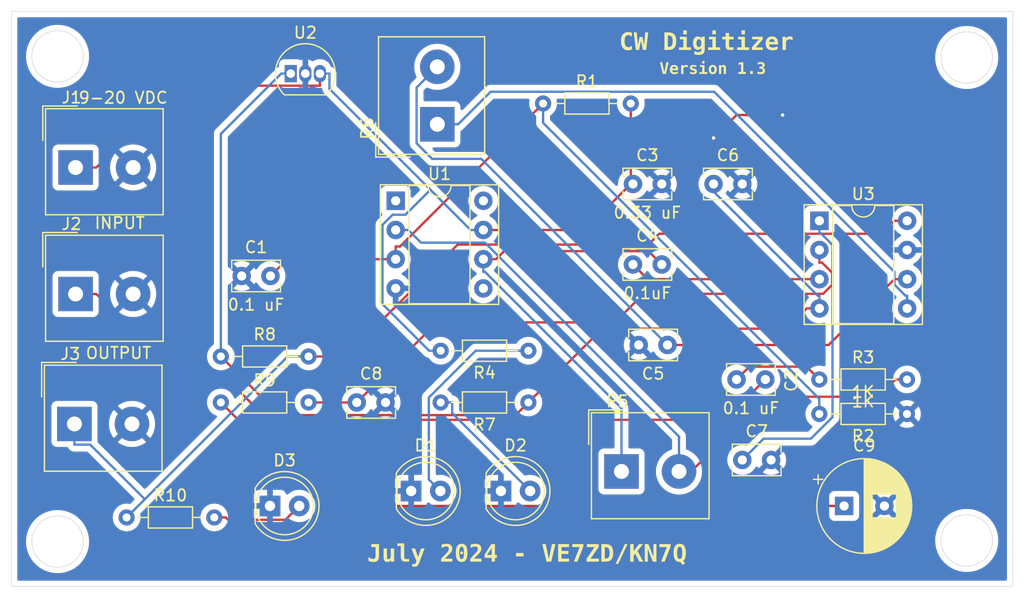
<source format=kicad_pcb>
(kicad_pcb (version 20240108) (generator "pcbnew") (generator_version "8.0")
  (title_block (title "CW Digitizer") (date "2024-05-04") (rev "1.3") (company "VE7ZD/KN7Q"))
  (layers (0 "F.Cu" signal) (31 "B.Cu" signal) (34 "B.Paste" user) (35 "F.Paste" user) (36 "B.SilkS" user "B.Silkscreen") (37 "F.SilkS" user "F.Silkscreen") (38 "B.Mask" user) (39 "F.Mask" user) (44 "Edge.Cuts" user))
  (net 0 "")
  (net 1 "Net-(J2-Pin_1)")
  (net 2 "GND")
  (net 3 "Net-(J3-Pin_1)")
  (net 4 "Net-(J1-Pin_1)")
  (net 5 "Net-(U1-+)")
  (net 6 "Net-(U3-TIM_RC)")
  (net 7 "Net-(U2-VO)")
  (net 8 "Net-(U3-OFLT_C)")
  (net 9 "Net-(U3-LP_FLT_C)")
  (net 10 "Net-(C2-Pad1)")
  (net 11 "Net-(U1--)")
  (net 12 "Net-(U3-INPUT)")
  (net 13 "Net-(U3-TIM_R)")
  (net 17 "Net-(C4-Pad2)")
  (net 18 "Net-(C9-Pad1)")
  (net 19 "Net-(D1-A)")
  (net 20 "Net-(D2-A)")
  (net 21 "Net-(D3-A)")
  (footprint "LED_THT:LED_D5.0mm" (layer "F.Cu") (at 105.46 113)
    (property "Reference" "D3" (at 1.27 -3.96 0) (layer "F.SilkS"))
    (property "Value" "GRN")
    (pad "1" thru_hole rect (at 0 0) (size 1.8 1.8) (drill 0.9) (layers "*.Cu" "*.Mask") (net 2 "GND"))
    (pad "2" thru_hole circle (at 2.54 0) (size 1.8 1.8) (drill 0.9) (layers "*.Cu" "*.Mask") (net 21 "Net-(D3-A)"))
  )
  (footprint "Resistor_THT:R_Axial_DIN0204_L3.6mm_D1.6mm_P7.62mm_Horizontal" (layer "F.Cu") (at 129.19 78)
    (property "Reference" "R1" (at 3.81 -1.92 0) (layer "F.SilkS"))
    (property "Value" "1K")
    (pad "1" thru_hole circle (at 0 0) (size 1.4 1.4) (drill 0.7) (layers "*.Cu" "*.Mask") (net 5 "Net-(U1-+)"))
    (pad "2" thru_hole oval (at 7.62 0) (size 1.4 1.4) (drill 0.7) (layers "*.Cu" "*.Mask") (net 4 "Net-(J1-Pin_1)"))
  )
  (footprint "Capacitor_THT:C_Rect_L4.0mm_W2.5mm_P2.50mm" (layer "F.Cu") (at 146.5 109)
    (property "Reference" "C7" (at 1.25 -2.5 0) (layer "F.SilkS"))
    (property "Value" "2.2uF")
    (pad "1" thru_hole circle (at 0 0) (size 1.6 1.6) (drill 0.8) (layers "*.Cu" "*.Mask") (net 8 "Net-(U3-OFLT_C)"))
    (pad "2" thru_hole circle (at 2.5 0) (size 1.6 1.6) (drill 0.8) (layers "*.Cu" "*.Mask") (net 2 "GND"))
  )
  (footprint "Capacitor_THT:C_Rect_L4.0mm_W2.5mm_P2.50mm" (layer "F.Cu") (at 137 85)
    (property "Reference" "C3" (at 1.25 -2.5 0) (layer "F.SilkS"))
    (property "Value" "0.33 uF" (at 1.25 2.5 0) (layer "F.SilkS"))
    (pad "1" thru_hole circle (at 0 0) (size 1.6 1.6) (drill 0.8) (layers "*.Cu" "*.Mask") (net 4 "Net-(J1-Pin_1)"))
    (pad "2" thru_hole circle (at 2.5 0) (size 1.6 1.6) (drill 0.8) (layers "*.Cu" "*.Mask") (net 2 "GND"))
  )
  (footprint "Resistor_THT:R_Axial_DIN0204_L3.6mm_D1.6mm_P7.62mm_Horizontal" (layer "F.Cu") (at 127.91 99.5 180)
    (property "Reference" "R4" (at 3.81 -1.92 180) (layer "F.SilkS"))
    (property "Value" "1K")
    (pad "1" thru_hole circle (at 0 0 180) (size 1.4 1.4) (drill 0.7) (layers "*.Cu" "*.Mask") (net 19 "Net-(D1-A)"))
    (pad "2" thru_hole oval (at 7.62 0 180) (size 1.4 1.4) (drill 0.7) (layers "*.Cu" "*.Mask") (net 4 "Net-(J1-Pin_1)"))
  )
  (footprint "Capacitor_THT:C_Rect_L4.0mm_W2.5mm_P2.50mm" (layer "F.Cu") (at 144 85)
    (property "Reference" "C6" (at 1.25 -2.5 0) (layer "F.SilkS"))
    (property "Value" "0.1 uF")
    (pad "1" thru_hole circle (at 0 0) (size 1.6 1.6) (drill 0.8) (layers "*.Cu" "*.Mask") (net 7 "Net-(U2-VO)"))
    (pad "2" thru_hole circle (at 2.5 0) (size 1.6 1.6) (drill 0.8) (layers "*.Cu" "*.Mask") (net 2 "GND"))
  )
  (footprint "LED_THT:LED_D5.0mm" (layer "F.Cu") (at 117.725 111.7)
    (property "Reference" "D1" (at 1.27 -3.96 0) (layer "F.SilkS"))
    (property "Value" "RED")
    (pad "1" thru_hole rect (at 0 0) (size 1.8 1.8) (drill 0.9) (layers "*.Cu" "*.Mask") (net 2 "GND"))
    (pad "2" thru_hole circle (at 2.54 0) (size 1.8 1.8) (drill 0.9) (layers "*.Cu" "*.Mask") (net 19 "Net-(D1-A)"))
  )
  (footprint "TerminalBlock_Altech:Altech_AK100_1x02_P5.00mm" (layer "F.Cu") (at 88.4675 105.8675)
    (property "Reference" "J3" (at -0.35 -6.09 0) (layer "F.SilkS"))
    (property "Value" "OUTPUT" (at 3.8325 -6.1675 0) (layer "F.SilkS"))
    (pad "1" thru_hole rect (at 0 0) (size 3 3) (drill 1.3) (layers "*.Cu" "*.Mask") (net 3 "Net-(J3-Pin_1)"))
    (pad "2" thru_hole circle (at 5 0) (size 3 3) (drill 1.3) (layers "*.Cu" "*.Mask") (net 2 "GND"))
  )
  (footprint "TerminalBlock_Altech:Altech_AK100_1x02_P5.00mm" (layer "F.Cu") (at 120 79.81 90)
    (property "Reference" "R6" (at -0.35 -6.09 90) (layer "F.SilkS"))
    (property "Value" "10K")
    (pad "1" thru_hole rect (at 0 0 90) (size 3 3) (drill 1.3) (layers "*.Cu" "*.Mask") (net 13 "Net-(U3-TIM_R)"))
    (pad "2" thru_hole circle (at 5 0 90) (size 3 3) (drill 1.3) (layers "*.Cu" "*.Mask") (net 6 "Net-(U3-TIM_RC)"))
  )
  (footprint "Capacitor_THT:C_Rect_L4.0mm_W2.5mm_P2.50mm" (layer "F.Cu") (at 137 92)
    (property "Reference" "C4" (at 1.25 -2.5 0) (layer "F.SilkS"))
    (property "Value" "0.1uF" (at 1.25 2.5 0) (layer "F.SilkS"))
    (pad "1" thru_hole circle (at 0 0) (size 1.6 1.6) (drill 0.8) (layers "*.Cu" "*.Mask") (net 12 "Net-(U3-INPUT)"))
    (pad "2" thru_hole circle (at 2.5 0) (size 1.6 1.6) (drill 0.8) (layers "*.Cu" "*.Mask") (net 17 "Net-(C4-Pad2)"))
  )
  (footprint "LED_THT:LED_D5.0mm" (layer "F.Cu") (at 125.525 111.7)
    (property "Reference" "D2" (at 1.27 -3.96 0) (layer "F.SilkS"))
    (property "Value" "RED")
    (pad "1" thru_hole rect (at 0 0) (size 1.8 1.8) (drill 0.9) (layers "*.Cu" "*.Mask") (net 2 "GND"))
    (pad "2" thru_hole circle (at 2.54 0) (size 1.8 1.8) (drill 0.9) (layers "*.Cu" "*.Mask") (net 20 "Net-(D2-A)"))
  )
  (footprint "Resistor_THT:R_Axial_DIN0204_L3.6mm_D1.6mm_P7.62mm_Horizontal" (layer "F.Cu") (at 127.91 104 180)
    (property "Reference" "R7" (at 3.81 -1.92 180) (layer "F.SilkS"))
    (property "Value" "1K")
    (pad "1" thru_hole circle (at 0 0 180) (size 1.4 1.4) (drill 0.7) (layers "*.Cu" "*.Mask") (net 7 "Net-(U2-VO)"))
    (pad "2" thru_hole oval (at 7.62 0 180) (size 1.4 1.4) (drill 0.7) (layers "*.Cu" "*.Mask") (net 20 "Net-(D2-A)"))
  )
  (footprint "Package_DIP:DIP-8_W7.62mm_Socket" (layer "F.Cu") (at 116.38 86.46)
    (property "Reference" "U1" (at 3.81 -2.33 0) (layer "F.SilkS"))
    (property "Value" "LM741")
    (pad "1" thru_hole rect (at 0 0) (size 1.6 1.6) (drill 0.8) (layers "*.Cu" "*.Mask"))
    (pad "2" thru_hole oval (at 0 2.54) (size 1.6 1.6) (drill 0.8) (layers "*.Cu" "*.Mask") (net 11 "Net-(U1--)"))
    (pad "3" thru_hole oval (at 0 5.08) (size 1.6 1.6) (drill 0.8) (layers "*.Cu" "*.Mask") (net 5 "Net-(U1-+)"))
    (pad "4" thru_hole oval (at 0 7.62) (size 1.6 1.6) (drill 0.8) (layers "*.Cu" "*.Mask") (net 2 "GND"))
    (pad "5" thru_hole oval (at 7.62 7.62) (size 1.6 1.6) (drill 0.8) (layers "*.Cu" "*.Mask"))
    (pad "6" thru_hole oval (at 7.62 5.08) (size 1.6 1.6) (drill 0.8) (layers "*.Cu" "*.Mask") (net 17 "Net-(C4-Pad2)"))
    (pad "7" thru_hole oval (at 7.62 2.54) (size 1.6 1.6) (drill 0.8) (layers "*.Cu" "*.Mask") (net 4 "Net-(J1-Pin_1)"))
    (pad "8" thru_hole oval (at 7.62 0) (size 1.6 1.6) (drill 0.8) (layers "*.Cu" "*.Mask"))
  )
  (footprint "Resistor_THT:R_Axial_DIN0204_L3.6mm_D1.6mm_P7.62mm_Horizontal" (layer "F.Cu") (at 93 114)
    (property "Reference" "R10" (at 3.81 -1.92 0) (layer "F.SilkS"))
    (property "Value" "1K")
    (pad "1" thru_hole circle (at 0 0) (size 1.4 1.4) (drill 0.7) (layers "*.Cu" "*.Mask") (net 3 "Net-(J3-Pin_1)"))
    (pad "2" thru_hole oval (at 7.62 0) (size 1.4 1.4) (drill 0.7) (layers "*.Cu" "*.Mask") (net 21 "Net-(D3-A)"))
  )
  (footprint "Resistor_THT:R_Axial_DIN0204_L3.6mm_D1.6mm_P7.62mm_Horizontal" (layer "F.Cu") (at 101.19 100)
    (property "Reference" "R8" (at 3.81 -1.92 0) (layer "F.SilkS"))
    (property "Value" "20K")
    (pad "1" thru_hole circle (at 0 0) (size 1.4 1.4) (drill 0.7) (layers "*.Cu" "*.Mask") (net 7 "Net-(U2-VO)"))
    (pad "2" thru_hole oval (at 7.62 0) (size 1.4 1.4) (drill 0.7) (layers "*.Cu" "*.Mask") (net 3 "Net-(J3-Pin_1)"))
  )
  (footprint "Package_TO_SOT_THT:TO-92_Inline" (layer "F.Cu") (at 107.26 75.4)
    (property "Reference" "U2" (at 1.27 -3.56 0) (layer "F.SilkS"))
    (property "Value" "L78L05_TO92")
    (pad "1" thru_hole rect (at 0 0) (size 1.05 1.5) (drill 0.75) (layers "*.Cu" "*.Mask") (net 7 "Net-(U2-VO)"))
    (pad "2" thru_hole oval (at 1.27 0) (size 1.05 1.5) (drill 0.75) (layers "*.Cu" "*.Mask") (net 2 "GND"))
    (pad "3" thru_hole oval (at 2.54 0) (size 1.05 1.5) (drill 0.75) (layers "*.Cu" "*.Mask") (net 4 "Net-(J1-Pin_1)"))
  )
  (footprint "TerminalBlock_Altech:Altech_AK100_1x02_P5.00mm" (layer "F.Cu") (at 136 110)
    (property "Reference" "R5" (at -0.35 -6.09 0) (layer "F.SilkS"))
    (property "Value" "100K")
    (pad "1" thru_hole rect (at 0 0) (size 3 3) (drill 1.3) (layers "*.Cu" "*.Mask") (net 17 "Net-(C4-Pad2)"))
    (pad "2" thru_hole circle (at 5 0) (size 3 3) (drill 1.3) (layers "*.Cu" "*.Mask") (net 11 "Net-(U1--)"))
  )
  (footprint "TerminalBlock_Altech:Altech_AK100_1x02_P5.00mm" (layer "F.Cu") (at 88.5675 83.5675)
    (property "Reference" "J1" (at -0.35 -6.09 0) (layer "F.SilkS"))
    (property "Value" "9-20 VDC" (at 4.1325 -6.0675 0) (layer "F.SilkS"))
    (pad "1" thru_hole rect (at 0 0) (size 3 3) (drill 1.3) (layers "*.Cu" "*.Mask") (net 4 "Net-(J1-Pin_1)"))
    (pad "2" thru_hole circle (at 5 0) (size 3 3) (drill 1.3) (layers "*.Cu" "*.Mask") (net 2 "GND"))
  )
  (footprint "Package_DIP:DIP-8_W7.62mm_Socket" (layer "F.Cu") (at 153.2 88.2)
    (property "Reference" "U3" (at 3.81 -2.33 0) (layer "F.SilkS"))
    (property "Value" "LM567")
    (pad "1" thru_hole rect (at 0 0) (size 1.6 1.6) (drill 0.8) (layers "*.Cu" "*.Mask") (net 8 "Net-(U3-OFLT_C)"))
    (pad "2" thru_hole oval (at 0 2.54) (size 1.6 1.6) (drill 0.8) (layers "*.Cu" "*.Mask") (net 9 "Net-(U3-LP_FLT_C)"))
    (pad "3" thru_hole oval (at 0 5.08) (size 1.6 1.6) (drill 0.8) (layers "*.Cu" "*.Mask") (net 12 "Net-(U3-INPUT)"))
    (pad "4" thru_hole oval (at 0 7.62) (size 1.6 1.6) (drill 0.8) (layers "*.Cu" "*.Mask") (net 7 "Net-(U2-VO)"))
    (pad "5" thru_hole oval (at 7.62 7.62) (size 1.6 1.6) (drill 0.8) (layers "*.Cu" "*.Mask") (net 13 "Net-(U3-TIM_R)"))
    (pad "6" thru_hole oval (at 7.62 5.08) (size 1.6 1.6) (drill 0.8) (layers "*.Cu" "*.Mask") (net 6 "Net-(U3-TIM_RC)"))
    (pad "7" thru_hole oval (at 7.62 2.54) (size 1.6 1.6) (drill 0.8) (layers "*.Cu" "*.Mask") (net 2 "GND"))
    (pad "8" thru_hole oval (at 7.62 0) (size 1.6 1.6) (drill 0.8) (layers "*.Cu" "*.Mask") (net 3 "Net-(J3-Pin_1)"))
  )
  (footprint "Capacitor_THT:C_Rect_L4.0mm_W2.5mm_P2.50mm" (layer "F.Cu") (at 103 93)
    (property "Reference" "C1" (at 1.25 -2.5 0) (layer "F.SilkS"))
    (property "Value" "0.1 uF" (at 1.25 2.5 0) (layer "F.SilkS"))
    (pad "1" thru_hole circle (at 0 0) (size 1.6 1.6) (drill 0.8) (layers "*.Cu" "*.Mask") (net 2 "GND"))
    (pad "2" thru_hole circle (at 2.5 0) (size 1.6 1.6) (drill 0.8) (layers "*.Cu" "*.Mask") (net 5 "Net-(U1-+)"))
  )
  (footprint "Resistor_THT:R_Axial_DIN0204_L3.6mm_D1.6mm_P7.62mm_Horizontal" (layer "F.Cu") (at 160.81 105 180)
    (property "Reference" "R2" (at 3.81 -1.92 0) (layer "F.SilkS"))
    (property "Value" "1K" (at 3.81 1.92 0) (layer "F.SilkS"))
    (pad "1" thru_hole circle (at 0 0 180) (size 1.4 1.4) (drill 0.7) (layers "*.Cu" "*.Mask") (net 2 "GND"))
    (pad "2" thru_hole oval (at 7.62 0 180) (size 1.4 1.4) (drill 0.7) (layers "*.Cu" "*.Mask") (net 5 "Net-(U1-+)"))
  )
  (footprint "Capacitor_THT:C_Rect_L4.0mm_W2.5mm_P2.50mm" (layer "F.Cu") (at 113 104)
    (property "Reference" "C8" (at 1.25 -2.5 0) (layer "F.SilkS"))
    (property "Value" "1uF")
    (pad "1" thru_hole circle (at 0 0) (size 1.6 1.6) (drill 0.8) (layers "*.Cu" "*.Mask") (net 9 "Net-(U3-LP_FLT_C)"))
    (pad "2" thru_hole circle (at 2.5 0) (size 1.6 1.6) (drill 0.8) (layers "*.Cu" "*.Mask") (net 2 "GND"))
  )
  (footprint "Resistor_THT:R_Axial_DIN0204_L3.6mm_D1.6mm_P7.62mm_Horizontal" (layer "F.Cu") (at 153.19 102)
    (property "Reference" "R3" (at 3.81 -1.92 0) (layer "F.SilkS"))
    (property "Value" "1K" (at 3.81 1.92 0) (layer "F.SilkS"))
    (pad "1" thru_hole circle (at 0 0) (size 1.4 1.4) (drill 0.7) (layers "*.Cu" "*.Mask") (net 10 "Net-(C2-Pad1)"))
    (pad "2" thru_hole oval (at 7.62 0) (size 1.4 1.4) (drill 0.7) (layers "*.Cu" "*.Mask") (net 11 "Net-(U1--)"))
  )
  (footprint "Capacitor_THT:C_Rect_L4.0mm_W2.5mm_P2.50mm" (layer "F.Cu") (at 140 99 180)
    (property "Reference" "C5" (at 1.25 -2.5 180) (layer "F.SilkS"))
    (property "Value" "0.1uF")
    (pad "1" thru_hole circle (at 0 0 180) (size 1.6 1.6) (drill 0.8) (layers "*.Cu" "*.Mask") (net 6 "Net-(U3-TIM_RC)"))
    (pad "2" thru_hole circle (at 2.5 0 180) (size 1.6 1.6) (drill 0.8) (layers "*.Cu" "*.Mask") (net 2 "GND"))
  )
  (footprint "TerminalBlock_Altech:Altech_AK100_1x02_P5.00mm" (layer "F.Cu") (at 88.5675 94.5675)
    (property "Reference" "J2" (at -0.35 -6.09 0) (layer "F.SilkS"))
    (property "Value" "INPUT" (at 3.8325 -6.1675 0) (layer "F.SilkS"))
    (pad "1" thru_hole rect (at 0 0) (size 3 3) (drill 1.3) (layers "*.Cu" "*.Mask") (net 1 "Net-(J2-Pin_1)"))
    (pad "2" thru_hole circle (at 5 0) (size 3 3) (drill 1.3) (layers "*.Cu" "*.Mask") (net 2 "GND"))
  )
  (footprint "Resistor_THT:R_Axial_DIN0204_L3.6mm_D1.6mm_P7.62mm_Horizontal" (layer "F.Cu") (at 101.19 104)
    (property "Reference" "R9" (at 3.81 -1.92 0) (layer "F.SilkS"))
    (property "Value" "4.7K")
    (pad "1" thru_hole circle (at 0 0) (size 1.4 1.4) (drill 0.7) (layers "*.Cu" "*.Mask") (net 18 "Net-(C9-Pad1)"))
    (pad "2" thru_hole oval (at 7.62 0) (size 1.4 1.4) (drill 0.7) (layers "*.Cu" "*.Mask") (net 9 "Net-(U3-LP_FLT_C)"))
  )
  (footprint "Capacitor_THT:C_Rect_L4.0mm_W2.5mm_P2.50mm" (layer "F.Cu") (at 146 102)
    (property "Reference" "C2" (at 4.75 0.1 90) (layer "F.SilkS"))
    (property "Value" "0.1 uF" (at 1.25 2.5 0) (layer "F.SilkS"))
    (pad "1" thru_hole circle (at 0 0) (size 1.6 1.6) (drill 0.8) (layers "*.Cu" "*.Mask") (net 10 "Net-(C2-Pad1)"))
    (pad "2" thru_hole circle (at 2.5 0) (size 1.6 1.6) (drill 0.8) (layers "*.Cu" "*.Mask") (net 1 "Net-(J2-Pin_1)"))
  )
  (footprint "Capacitor_THT:CP_Radial_D8.0mm_P3.50mm" (layer "F.Cu") (at 155.3473 113)
    (property "Reference" "C9" (at 1.75 -5.25 0) (layer "F.SilkS"))
    (property "Value" "250uF 6V")
    (pad "1" thru_hole rect (at 0 0) (size 1.6 1.6) (drill 0.8) (layers "*.Cu" "*.Mask") (net 18 "Net-(C9-Pad1)"))
    (pad "2" thru_hole circle (at 3.5 0) (size 1.6 1.6) (drill 0.8) (layers "*.Cu" "*.Mask") (net 2 "GND"))
  )
  (gr_circle (center 87 73.9) (end 88 75.9) (stroke (width 0.05)) (fill none) (layer "Edge.Cuts"))
  (gr_circle (center 87 116.1) (end 89.236068 116.1) (stroke (width 0.05)) (fill none) (layer "Edge.Cuts"))
  (gr_circle (center 166 116) (end 167 118) (stroke (width 0.05)) (fill none) (layer "Edge.Cuts"))
  (gr_rect (start 83 70) (end 170 120) (stroke (width 0.05)) (fill none) (layer "Edge.Cuts"))
  (gr_circle (center 166 74) (end 167 76) (stroke (width 0.05)) (fill none) (layer "Edge.Cuts"))
  (gr_text "CW Digitizer" (at 135.8 73.6 0) (layer "F.SilkS") (effects (font (size 1.5 1.5) (thickness 0.3) (bold yes)) (justify left bottom)))
  (gr_text "July 2024 - VE7ZD/KN7Q" (at 113.9 118.1 0) (layer "F.SilkS") (effects (font (size 1.5 1.5) (thickness 0.3) (bold yes)) (justify left bottom)))
  (gr_text "Version 1.3" (at 139.3 75.6 0) (layer "F.SilkS") (effects (font (size 1 1) (thickness 0.25) (bold yes)) (justify left bottom)))
  (segment (start 90.3692 94.5675) (end 97.8017 102) (width 0.2) (layer "F.Cu") (net 1))
  (segment (start 101.7756 102) (end 105.2823 105.5067) (width 0.2) (layer "F.Cu") (net 1))
  (segment (start 105.2823 105.5067) (end 144.9933 105.5067) (width 0.2) (layer "F.Cu") (net 1))
  (segment (start 88.5675 94.5675) (end 90.3692 94.5675) (width 0.2) (layer "F.Cu") (net 1))
  (segment (start 144.9933 105.5067) (end 148.5 102) (width 0.2) (layer "F.Cu") (net 1))
  (segment (start 97.8017 102) (end 101.7756 102) (width 0.2) (layer "F.Cu") (net 1))
  (segment (start 146 79) (end 150 79) (width 0.2) (layer "F.Cu") (net 2))
  (segment (start 144 81) (end 146 79) (width 0.2) (layer "F.Cu") (net 2))
  (via (at 144 81) (size 0.6) (drill 0.3) (layers "F.Cu" "B.Cu") (net 2))
  (via (at 150 79) (size 0.6) (drill 0.3) (layers "F.Cu" "B.Cu") (net 2))
  (segment (start 112.0374 100) (end 108.81 100) (width 0.2) (layer "F.Cu") (net 3))
  (segment (start 158.5899 89.3284) (end 139.2796 89.3284) (width 0.2) (layer "F.Cu") (net 3))
  (segment (start 139.2796 89.3284) (end 138.3395 90.2685) (width 0.2) (layer "F.Cu") (net 3))
  (segment (start 138.3395 90.2685) (end 121.7689 90.2685) (width 0.2) (layer "F.Cu") (net 3))
  (segment (start 159.7183 88.2) (end 158.5899 89.3284) (width 0.2) (layer "F.Cu") (net 3))
  (segment (start 160.82 88.2) (end 159.7183 88.2) (width 0.2) (layer "F.Cu") (net 3))
  (segment (start 121.7689 90.2685) (end 112.0374 100) (width 0.2) (layer "F.Cu") (net 3))
  (segment (start 107 100) (end 94.5843 112.4157) (width 0.2) (layer "B.Cu") (net 3))
  (segment (start 94.5843 112.4157) (end 93 114) (width 0.2) (layer "B.Cu") (net 3))
  (segment (start 88.4675 105.8675) (end 88.4675 107.6692) (width 0.2) (layer "B.Cu") (net 3))
  (segment (start 108.81 100) (end 107 100) (width 0.2) (layer "B.Cu") (net 3))
  (segment (start 94.5843 112.4157) (end 89.8378 107.6692) (width 0.2) (layer "B.Cu") (net 3))
  (segment (start 89.8378 107.6692) (end 88.4675 107.6692) (width 0.2) (layer "B.Cu") (net 3))
  (segment (start 109.8 75.4) (end 109.8 76.4517) (width 0.2) (layer "F.Cu") (net 4))
  (segment (start 88.5675 83.5675) (end 90.3692 83.5675) (width 0.2) (layer "F.Cu") (net 4))
  (segment (start 124 89) (end 132.81 89) (width 0.2) (layer "F.Cu") (net 4))
  (segment (start 136.81 85) (end 137 85) (width 0.2) (layer "F.Cu") (net 4))
  (segment (start 132.81 89) (end 136.81 85) (width 0.2) (layer "F.Cu") (net 4))
  (segment (start 97.485 76.4517) (end 109.8 76.4517) (width 0.2) (layer "F.Cu") (net 4))
  (segment (start 90.3692 83.5675) (end 97.485 76.4517) (width 0.2) (layer "F.Cu") (net 4))
  (segment (start 136.81 85) (end 136.81 79.0017) (width 0.2) (layer "F.Cu") (net 4))
  (segment (start 136.81 78) (end 136.81 79.0017) (width 0.2) (layer "F.Cu") (net 4))
  (segment (start 119.4008 85.5024) (end 117.2318 87.6714) (width 0.2) (layer "B.Cu") (net 4))
  (segment (start 115.2367 95.4484) (end 119.2883 99.5) (width 0.2) (layer "B.Cu") (net 4))
  (segment (start 115.2367 88.5498) (end 115.2367 95.4484) (width 0.2) (layer "B.Cu") (net 4))
  (segment (start 117.2318 87.6714) (end 116.1151 87.6714) (width 0.2) (layer "B.Cu") (net 4))
  (segment (start 124 89) (end 122.8983 89) (width 0.2) (layer "B.Cu") (net 4))
  (segment (start 120.29 99.5) (end 119.2883 99.5) (width 0.2) (layer "B.Cu") (net 4))
  (segment (start 122.8983 89) (end 119.4008 85.5024) (width 0.2) (layer "B.Cu") (net 4))
  (segment (start 109.8 75.4) (end 110.6267 75.4) (width 0.2) (layer "B.Cu") (net 4))
  (segment (start 116.1151 87.6714) (end 115.2367 88.5498) (width 0.2) (layer "B.Cu") (net 4))
  (segment (start 119.4008 85.5024) (end 110.6267 76.7284) (width 0.2) (layer "B.Cu") (net 4))
  (segment (start 110.6267 76.7284) (end 110.6267 75.4) (width 0.2) (layer "B.Cu") (net 4))
  (segment (start 116.38 91.54) (end 116.38 90.4383) (width 0.2) (layer "F.Cu") (net 5))
  (segment (start 116.7517 90.4383) (end 129.19 78) (width 0.2) (layer "F.Cu") (net 5))
  (segment (start 105.5 93) (end 106.96 91.54) (width 0.2) (layer "F.Cu") (net 5))
  (segment (start 116.38 90.4383) (end 116.7517 90.4383) (width 0.2) (layer "F.Cu") (net 5))
  (segment (start 106.96 91.54) (end 116.38 91.54) (width 0.2) (layer "F.Cu") (net 5))
  (segment (start 153.19 105) (end 153.19 103.6849) (width 0.2) (layer "B.Cu") (net 5))
  (segment (start 129.19 79.6849) (end 129.19 78) (width 0.2) (layer "B.Cu") (net 5))
  (segment (start 153.19 103.6849) (end 129.19 79.6849) (width 0.2) (layer "B.Cu") (net 5))
  (segment (start 160.82 93.28) (end 159.7183 93.28) (width 0.2) (layer "F.Cu") (net 6))
  (segment (start 153.9983 99) (end 159.7183 93.28) (width 0.2) (layer "F.Cu") (net 6))
  (segment (start 140 99) (end 153.9983 99) (width 0.2) (layer "F.Cu") (net 6))
  (segment (start 118.1983 76.6117) (end 120 74.81) (width 0.2) (layer "B.Cu") (net 6))
  (segment (start 140 99) (end 123.8144 82.8144) (width 0.2) (layer "B.Cu") (net 6))
  (segment (start 118.1983 81.4625) (end 118.1983 76.6117) (width 0.2) (layer "B.Cu") (net 6))
  (segment (start 119.5502 82.8144) (end 118.1983 81.4625) (width 0.2) (layer "B.Cu") (net 6))
  (segment (start 123.8144 82.8144) (end 119.5502 82.8144) (width 0.2) (layer "B.Cu") (net 6))
  (segment (start 106.2917 105.1017) (end 126.8083 105.1017) (width 0.2) (layer "F.Cu") (net 7))
  (segment (start 150.3358 97.5825) (end 152.0983 95.82) (width 0.2) (layer "F.Cu") (net 7))
  (segment (start 101.19 100) (end 106.2917 105.1017) (width 0.2) (layer "F.Cu") (net 7))
  (segment (start 153.2 95.82) (end 152.0983 95.82) (width 0.2) (layer "F.Cu") (net 7))
  (segment (start 134.3275 97.5825) (end 150.3358 97.5825) (width 0.2) (layer "F.Cu") (net 7))
  (segment (start 127.91 104) (end 134.3275 97.5825) (width 0.2) (layer "F.Cu") (net 7))
  (segment (start 126.8083 105.1017) (end 127.91 104) (width 0.2) (layer "F.Cu") (net 7))
  (segment (start 144 85.656) (end 144 85) (width 0.2) (layer "B.Cu") (net 7))
  (segment (start 101.19 100) (end 101.19 80.6433) (width 0.2) (layer "B.Cu") (net 7))
  (segment (start 153.2 95.82) (end 153.2 94.7183) (width 0.2) (layer "B.Cu") (net 7))
  (segment (start 153.2 94.7183) (end 153.0623 94.7183) (width 0.2) (layer "B.Cu") (net 7))
  (segment (start 107.26 75.4) (end 106.4333 75.4) (width 0.2) (layer "B.Cu") (net 7))
  (segment (start 153.0623 94.7183) (end 144 85.656) (width 0.2) (layer "B.Cu") (net 7))
  (segment (start 101.19 80.6433) (end 106.4333 75.4) (width 0.2) (layer "B.Cu") (net 7))
  (segment (start 153.3377 89.3017) (end 154.3367 90.3007) (width 0.2) (layer "B.Cu") (net 8))
  (segment (start 148.3502 107.1498) (end 146.5 109) (width 0.2) (layer "B.Cu") (net 8))
  (segment (start 153.2 88.2) (end 153.2 89.3017) (width 0.2) (layer "B.Cu") (net 8))
  (segment (start 154.3367 90.3007) (end 154.3367 105.2717) (width 0.2) (layer "B.Cu") (net 8))
  (segment (start 152.4586 107.1498) (end 148.3502 107.1498) (width 0.2) (layer "B.Cu") (net 8))
  (segment (start 154.3367 105.2717) (end 152.4586 107.1498) (width 0.2) (layer "B.Cu") (net 8))
  (segment (start 153.2 89.3017) (end 153.3377 89.3017) (width 0.2) (layer "B.Cu") (net 8))
  (segment (start 154.3081 93.7647) (end 154.3081 92.7215) (width 0.2) (layer "F.Cu") (net 9))
  (segment (start 108.81 104) (end 109.8117 104) (width 0.2) (layer "F.Cu") (net 9))
  (segment (start 153.2 90.74) (end 153.2 91.8417) (width 0.2) (layer "F.Cu") (net 9))
  (segment (start 113 104) (end 119.9605 97.0395) (width 0.2) (layer "F.Cu") (net 9))
  (segment (start 154.3081 92.7215) (end 153.4283 91.8417) (width 0.2) (layer "F.Cu") (net 9))
  (segment (start 153.5228 94.55) (end 154.3081 93.7647) (width 0.2) (layer "F.Cu") (net 9))
  (segment (start 137.9145 94.55) (end 153.5228 94.55) (width 0.2) (layer "F.Cu") (net 9))
  (segment (start 113 104) (end 109.8117 104) (width 0.2) (layer "F.Cu") (net 9))
  (segment (start 119.9605 97.0395) (end 135.425 97.0395) (width 0.2) (layer "F.Cu") (net 9))
  (segment (start 135.425 97.0395) (end 137.9145 94.55) (width 0.2) (layer "F.Cu") (net 9))
  (segment (start 153.4283 91.8417) (end 153.2 91.8417) (width 0.2) (layer "F.Cu") (net 9))
  (segment (start 147.1154 100.8846) (end 152.0746 100.8846) (width 0.2) (layer "F.Cu") (net 10))
  (segment (start 146 102) (end 147.1154 100.8846) (width 0.2) (layer "F.Cu") (net 10))
  (segment (start 152.0746 100.8846) (end 153.19 102) (width 0.2) (layer "F.Cu") (net 10))
  (segment (start 142.0559 110) (end 148.5558 103.5001) (width 0.2) (layer "F.Cu") (net 11))
  (segment (start 160.81 102) (end 159.8083 102) (width 0.2) (layer "F.Cu") (net 11))
  (segment (start 158.3082 103.5001) (end 159.8083 102) (width 0.2) (layer "F.Cu") (net 11))
  (segment (start 141 110) (end 142.0559 110) (width 0.2) (layer "F.Cu") (net 11))
  (segment (start 148.5558 103.5001) (end 158.3082 103.5001) (width 0.2) (layer "F.Cu") (net 11))
  (segment (start 116.38 89) (end 117.4817 89) (width 0.2) (layer "B.Cu") (net 11))
  (segment (start 124.1357 90.1017) (end 141 106.966) (width 0.2) (layer "B.Cu") (net 11))
  (segment (start 141 106.966) (end 141 110) (width 0.2) (layer "B.Cu") (net 11))
  (segment (start 117.4817 89) (end 118.5834 90.1017) (width 0.2) (layer "B.Cu") (net 11))
  (segment (start 118.5834 90.1017) (end 124.1357 90.1017) (width 0.2) (layer "B.Cu") (net 11))
  (segment (start 138.28 93.28) (end 137 92) (width 0.2) (layer "F.Cu") (net 12))
  (segment (start 153.2 93.28) (end 138.28 93.28) (width 0.2) (layer "F.Cu") (net 12))
  (segment (start 159.7183 93.7544) (end 159.7183 92.6443) (width 0.2) (layer "B.Cu") (net 13))
  (segment (start 159.7183 92.6443) (end 144.0528 76.9788) (width 0.2) (layer "B.Cu") (net 13))
  (segment (start 124.6329 76.9788) (end 121.8017 79.81) (width 0.2) (layer "B.Cu") (net 13))
  (segment (start 120 79.81) (end 121.8017 79.81) (width 0.2) (layer "B.Cu") (net 13))
  (segment (start 160.6822 94.7183) (end 159.7183 93.7544) (width 0.2) (layer "B.Cu") (net 13))
  (segment (start 160.82 95.82) (end 160.82 94.7183) (width 0.2) (layer "B.Cu") (net 13))
  (segment (start 160.82 94.7183) (end 160.6822 94.7183) (width 0.2) (layer "B.Cu") (net 13))
  (segment (start 144.0528 76.9788) (end 124.6329 76.9788) (width 0.2) (layer "B.Cu") (net 13))
  (segment (start 125.1017 91.54) (end 125.7993 90.8424) (width 0.2) (layer "F.Cu") (net 17))
  (segment (start 138.3424 90.8424) (end 139.5 92) (width 0.2) (layer "F.Cu") (net 17))
  (segment (start 124 91.54) (end 125.1017 91.54) (width 0.2) (layer "F.Cu") (net 17))
  (segment (start 125.7993 90.8424) (end 138.3424 90.8424) (width 0.2) (layer "F.Cu") (net 17))
  (segment (start 124 91.54) (end 124 92.6417) (width 0.2) (layer "B.Cu") (net 17))
  (segment (start 124 92.6417) (end 124.1377 92.6417) (width 0.2) (layer "B.Cu") (net 17))
  (segment (start 124.1377 92.6417) (end 136 104.504) (width 0.2) (layer "B.Cu") (net 17))
  (segment (start 136 104.504) (end 136 110) (width 0.2) (layer "B.Cu") (net 17))
  (segment (start 110.19 113) (end 101.19 104) (width 0.2) (layer "F.Cu") (net 18))
  (segment (start 155.3473 113) (end 110.19 113) (width 0.2) (layer "F.Cu") (net 18))
  (segment (start 120.265 111.7) (end 119.2601 110.6951) (width 0.2) (layer "B.Cu") (net 19))
  (segment (start 119.2601 110.6951) (end 119.2601 103.5757) (width 0.2) (layer "B.Cu") (net 19))
  (segment (start 123.3358 99.5) (end 127.91 99.5) (width 0.2) (layer "B.Cu") (net 19))
  (segment (start 119.2601 103.5757) (end 123.3358 99.5) (width 0.2) (layer "B.Cu") (net 19))
  (segment (start 121.2917 104) (end 121.2917 104.9267) (width 0.2) (layer "B.Cu") (net 20))
  (segment (start 120.29 104) (end 121.2917 104) (width 0.2) (layer "B.Cu") (net 20))
  (segment (start 121.2917 104.9267) (end 128.065 111.7) (width 0.2) (layer "B.Cu") (net 20))
  (segment (start 106.7983 114.2017) (end 108 113) (width 0.2) (layer "F.Cu") (net 21))
  (segment (start 101.6217 114) (end 101.8234 114.2017) (width 0.2) (layer "F.Cu") (net 21))
  (segment (start 100.62 114) (end 101.6217 114) (width 0.2) (layer "F.Cu") (net 21))
  (segment (start 101.8234 114.2017) (end 106.7983 114.2017) (width 0.2) (layer "F.Cu") (net 21))
  (zone (net 2) (net_name "GND") (layer "B.Cu") (connect_pads (clearance 0.5)) (min_thickness 0.25) (fill yes (thermal_gap 0.5) (thermal_bridge_width 0.5))
    (polygon (pts (xy 171 69) (xy 82 69) (xy 82 121) (xy 171 121)))
  )
)
</source>
